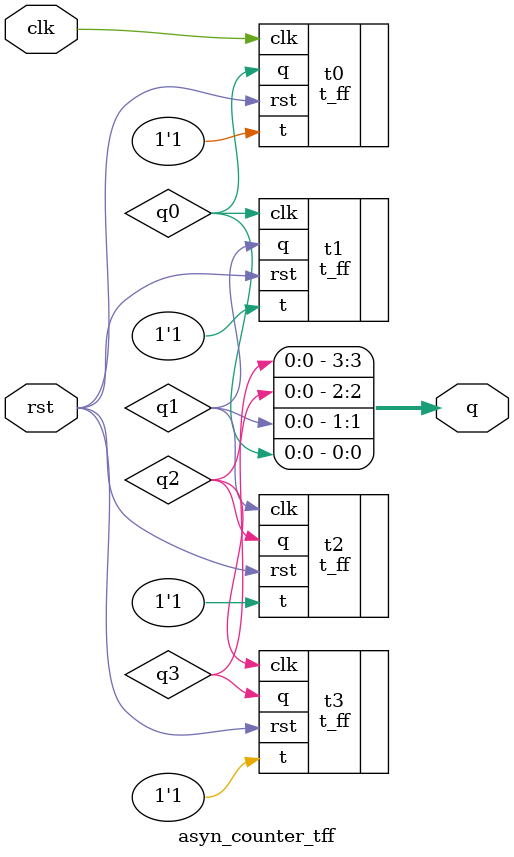
<source format=v>
`timescale 1ns / 1ps

module asyn_counter_tff(rst, clk, q);
    input rst, clk;
    output [3:0] q;

    wire q0, q1, q2, q3;

    t_ff t0(.t(1'b1), .rst(rst), .clk(clk),  .q(q0));
    t_ff t1(.t(1'b1), .rst(rst), .clk(q0),   .q(q1));
    t_ff t2(.t(1'b1), .rst(rst), .clk(q1),   .q(q2));
    t_ff t3(.t(1'b1), .rst(rst), .clk(q2),   .q(q3));

    assign q = {q3, q2, q1, q0};  // MSB to LSB
endmodule

</source>
